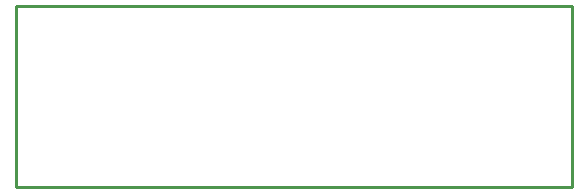
<source format=gbr>
G04 EAGLE Gerber RS-274X export*
G75*
%MOMM*%
%FSLAX34Y34*%
%LPD*%
%IN*%
%IPPOS*%
%AMOC8*
5,1,8,0,0,1.08239X$1,22.5*%
G01*
%ADD10C,0.254000*%


D10*
X0Y0D02*
X471424Y0D01*
X471424Y152908D01*
X0Y152908D01*
X0Y0D01*
M02*

</source>
